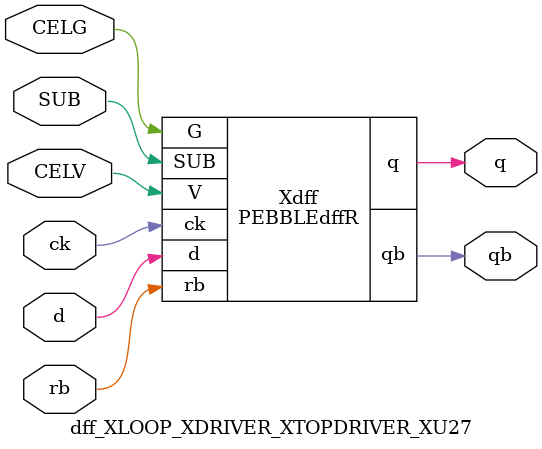
<source format=v>



module PEBBLEdffR ( q, qb, G, SUB, V, ck, d, rb );

  input V;
  output q;
  input rb;
  input d;
  input G;
  input ck;
  input SUB;
  output qb;
endmodule

//Celera Confidential Do Not Copy dff_XLOOP_XDRIVER_XTOPDRIVER_XU27
//Celera Confidential Symbol Generator
//DFF latch
module dff_XLOOP_XDRIVER_XTOPDRIVER_XU27 (CELV,CELG,d,rb,ck,q,qb,SUB );
input CELV;
input CELG;
input d;
input rb;
input ck;
input SUB;
output q;
output qb;

//Celera Confidential Do Not Copy dff
PEBBLEdffR Xdff(
.V (CELV),
.d (d),
.rb (rb),
.ck (ck),
.q (q),
.qb (qb),
.SUB (SUB),
.G (CELG)
);
//,diesize,PEBBLEdffR

//Celera Confidential Do Not Copy Module End
//Celera Schematic Generator
endmodule

</source>
